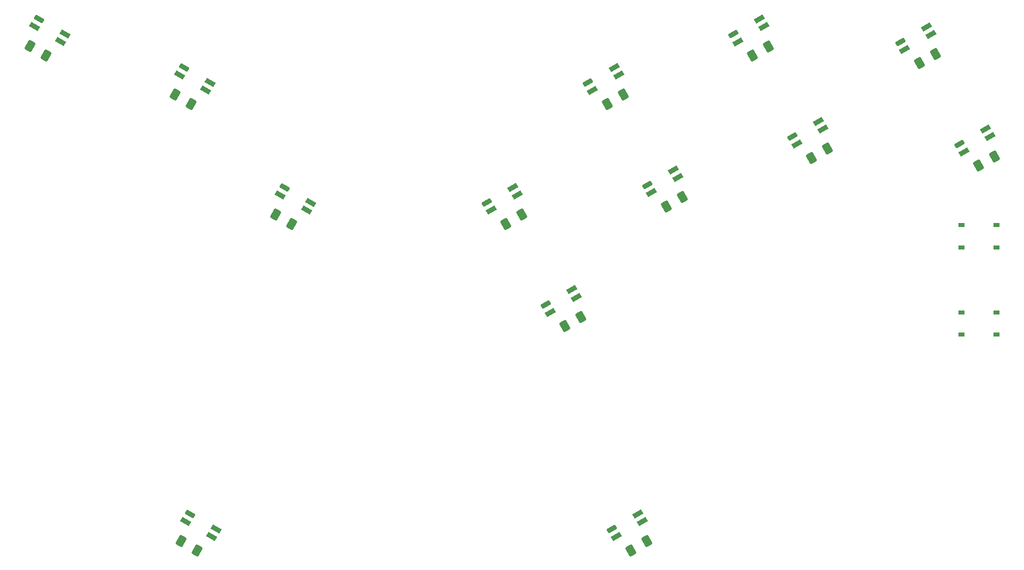
<source format=gbp>
%TF.GenerationSoftware,KiCad,Pcbnew,7.0.2*%
%TF.CreationDate,2023-06-22T21:43:46+09:00*%
%TF.ProjectId,mana-board-kicad,6d616e61-2d62-46f6-9172-642d6b696361,rev?*%
%TF.SameCoordinates,Original*%
%TF.FileFunction,Paste,Bot*%
%TF.FilePolarity,Positive*%
%FSLAX46Y46*%
G04 Gerber Fmt 4.6, Leading zero omitted, Abs format (unit mm)*
G04 Created by KiCad (PCBNEW 7.0.2) date 2023-06-22 21:43:46*
%MOMM*%
%LPD*%
G01*
G04 APERTURE LIST*
G04 Aperture macros list*
%AMRoundRect*
0 Rectangle with rounded corners*
0 $1 Rounding radius*
0 $2 $3 $4 $5 $6 $7 $8 $9 X,Y pos of 4 corners*
0 Add a 4 corners polygon primitive as box body*
4,1,4,$2,$3,$4,$5,$6,$7,$8,$9,$2,$3,0*
0 Add four circle primitives for the rounded corners*
1,1,$1+$1,$2,$3*
1,1,$1+$1,$4,$5*
1,1,$1+$1,$6,$7*
1,1,$1+$1,$8,$9*
0 Add four rect primitives between the rounded corners*
20,1,$1+$1,$2,$3,$4,$5,0*
20,1,$1+$1,$4,$5,$6,$7,0*
20,1,$1+$1,$6,$7,$8,$9,0*
20,1,$1+$1,$8,$9,$2,$3,0*%
%AMRotRect*
0 Rectangle, with rotation*
0 The origin of the aperture is its center*
0 $1 length*
0 $2 width*
0 $3 Rotation angle, in degrees counterclockwise*
0 Add horizontal line*
21,1,$1,$2,0,0,$3*%
G04 Aperture macros list end*
%ADD10RotRect,1.700000X0.820000X210.000000*%
%ADD11RoundRect,0.205000X0.456086X0.500035X-0.661086X-0.144965X-0.456086X-0.500035X0.661086X0.144965X0*%
%ADD12RoundRect,0.250000X0.682235X0.356667X-0.032235X0.769167X-0.682235X-0.356667X0.032235X-0.769167X0*%
%ADD13RoundRect,0.250000X0.032235X0.769167X-0.682235X0.356667X-0.032235X-0.769167X0.682235X-0.356667X0*%
%ADD14R,1.000000X0.750000*%
%ADD15RotRect,1.700000X0.820000X150.000000*%
%ADD16RoundRect,0.205000X0.661086X-0.144965X-0.456086X0.500035X-0.661086X0.144965X0.456086X-0.500035X0*%
G04 APERTURE END LIST*
D10*
%TO.C,D13*%
X183784460Y-144320670D03*
X183034460Y-143021632D03*
D11*
X178617730Y-145571632D03*
D10*
X179367730Y-146870670D03*
%TD*%
%TO.C,D7*%
X204333365Y-60518113D03*
X203583365Y-59219075D03*
D11*
X199166635Y-61769075D03*
D10*
X199916635Y-63068113D03*
%TD*%
D12*
%TO.C,C4*%
X107402389Y-73590325D03*
X104696059Y-72027825D03*
%TD*%
D10*
%TO.C,D5*%
X162596459Y-89019669D03*
X161846459Y-87720631D03*
D11*
X157429729Y-90270631D03*
D10*
X158179729Y-91569669D03*
%TD*%
D13*
%TO.C,C6*%
X163366259Y-92328002D03*
X160659929Y-93890502D03*
%TD*%
%TO.C,C13*%
X243353165Y-82452358D03*
X240646835Y-84014858D03*
%TD*%
%TO.C,C14*%
X184554260Y-147629003D03*
X181847930Y-149191503D03*
%TD*%
D10*
%TO.C,D10*%
X189747094Y-86045948D03*
X188997094Y-84746910D03*
D11*
X184580364Y-87296910D03*
D10*
X185330364Y-88595948D03*
%TD*%
D13*
%TO.C,C10*%
X173366259Y-109648510D03*
X170659929Y-111211010D03*
%TD*%
D10*
%TO.C,D9*%
X172596459Y-106340177D03*
X171846459Y-105041139D03*
D11*
X167429729Y-107591139D03*
D10*
X168179729Y-108890177D03*
%TD*%
D13*
%TO.C,C7*%
X180516894Y-72033772D03*
X177810564Y-73596272D03*
%TD*%
D10*
%TO.C,D8*%
X232583366Y-61823517D03*
X231833366Y-60524479D03*
D11*
X227416636Y-63074479D03*
D10*
X228166636Y-64373517D03*
%TD*%
%TO.C,D6*%
X179747094Y-68725439D03*
X178997094Y-67426401D03*
D11*
X174580364Y-69976401D03*
D10*
X175330364Y-71275439D03*
%TD*%
D14*
%TO.C,BOOTSEL1*%
X243750000Y-94125000D03*
X237750000Y-94125000D03*
X243750000Y-97875000D03*
X237750000Y-97875000D03*
%TD*%
D13*
%TO.C,C11*%
X190516894Y-89354281D03*
X187810564Y-90916781D03*
%TD*%
D10*
%TO.C,D11*%
X214333365Y-77838621D03*
X213583365Y-76539583D03*
D11*
X209166635Y-79089583D03*
D10*
X209916635Y-80388621D03*
%TD*%
D15*
%TO.C,D4*%
X126916460Y-91569670D03*
X127666460Y-90270632D03*
D16*
X123249730Y-87720632D03*
D15*
X122499730Y-89019670D03*
%TD*%
D13*
%TO.C,C8*%
X205103165Y-63826446D03*
X202396835Y-65388946D03*
%TD*%
%TO.C,C9*%
X233353166Y-65131850D03*
X230646836Y-66694350D03*
%TD*%
D12*
%TO.C,C5*%
X124436260Y-93890503D03*
X121729930Y-92328003D03*
%TD*%
D10*
%TO.C,D12*%
X242583365Y-79144025D03*
X241833365Y-77844987D03*
D11*
X237416635Y-80394987D03*
D10*
X238166635Y-81694025D03*
%TD*%
D12*
%TO.C,C3*%
X108415342Y-149191773D03*
X105709012Y-147629273D03*
%TD*%
D13*
%TO.C,C12*%
X215103165Y-81146954D03*
X212396835Y-82709454D03*
%TD*%
D15*
%TO.C,D3*%
X109882589Y-71269492D03*
X110632589Y-69970454D03*
D16*
X106215859Y-67420454D03*
D15*
X105465859Y-68719492D03*
%TD*%
D14*
%TO.C,RESET1*%
X243750000Y-108875000D03*
X237750000Y-108875000D03*
X243750000Y-112625000D03*
X237750000Y-112625000D03*
%TD*%
D15*
%TO.C,D1*%
X85302040Y-63044954D03*
X86052040Y-61745916D03*
D16*
X81635310Y-59195916D03*
D15*
X80885310Y-60494954D03*
%TD*%
D12*
%TO.C,C2*%
X82821840Y-65365787D03*
X80115510Y-63803287D03*
%TD*%
D15*
%TO.C,D2*%
X110895542Y-146870940D03*
X111645542Y-145571902D03*
D16*
X107228812Y-143021902D03*
D15*
X106478812Y-144320940D03*
%TD*%
M02*

</source>
